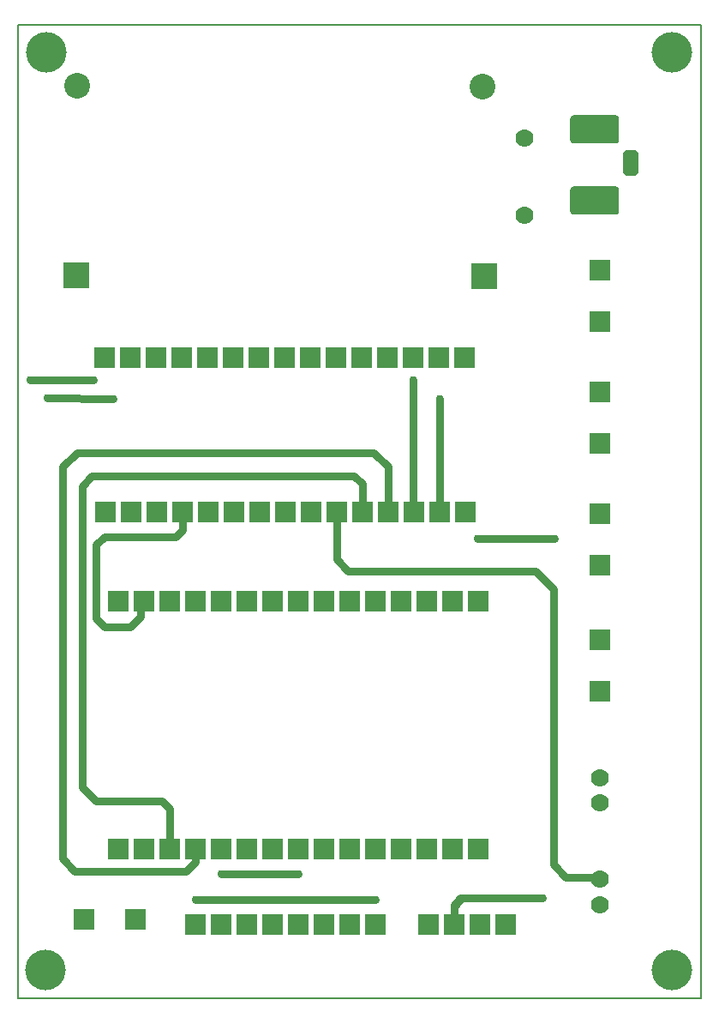
<source format=gbr>
G04 PROTEUS GERBER X2 FILE*
%TF.GenerationSoftware,Labcenter,Proteus,8.6-SP2-Build23525*%
%TF.CreationDate,2019-05-04T20:14:25+00:00*%
%TF.FileFunction,Copper,L2,Bot*%
%TF.FilePolarity,Positive*%
%TF.Part,Single*%
%FSLAX45Y45*%
%MOMM*%
G01*
%TA.AperFunction,Conductor*%
%ADD11C,0.762000*%
%TA.AperFunction,ViaPad*%
%ADD12C,0.762000*%
%TA.AperFunction,ComponentPad*%
%ADD14R,2.032000X2.032000*%
%TA.AperFunction,ComponentPad*%
%ADD15R,2.540000X2.540000*%
%ADD16C,2.540000*%
%AMPPAD007*
4,1,36,
-2.413000,-1.092200,
-2.413000,1.092200,
-2.406940,1.154520,
-2.389490,1.212160,
-2.361770,1.263980,
-2.324890,1.308890,
-2.279980,1.345760,
-2.228160,1.373480,
-2.170520,1.390930,
-2.108200,1.397000,
2.108200,1.397000,
2.170520,1.390930,
2.228160,1.373480,
2.279980,1.345760,
2.324890,1.308890,
2.361770,1.263980,
2.389490,1.212160,
2.406940,1.154520,
2.413000,1.092200,
2.413000,-1.092200,
2.406940,-1.154520,
2.389490,-1.212160,
2.361770,-1.263980,
2.324890,-1.308890,
2.279980,-1.345760,
2.228160,-1.373480,
2.170520,-1.390930,
2.108200,-1.397000,
-2.108200,-1.397000,
-2.170520,-1.390930,
-2.228160,-1.373480,
-2.279980,-1.345760,
-2.324890,-1.308890,
-2.361770,-1.263980,
-2.389490,-1.212160,
-2.406940,-1.154520,
-2.413000,-1.092200,
0*%
%TA.AperFunction,ComponentPad*%
%ADD17PPAD007*%
%AMDIL008*
4,1,8,
-0.762000,0.965200,-0.457200,1.270000,0.457200,1.270000,0.762000,0.965200,0.762000,-0.965200,
0.457200,-1.270000,-0.457200,-1.270000,-0.762000,-0.965200,-0.762000,0.965200,
0*%
%ADD18DIL008*%
%TA.AperFunction,ComponentPad*%
%ADD19C,1.778000*%
%TA.AperFunction,OtherPad,Unknown*%
%ADD71C,4.000000*%
%TA.AperFunction,Profile*%
%ADD20C,0.203200*%
%TD.AperFunction*%
D11*
X-8396000Y-2200000D02*
X-7700000Y-2200000D01*
X-7636000Y-2200000D01*
X-8650000Y-2450000D02*
X-6874000Y-2450000D01*
X-10280000Y+2680000D02*
X-9660000Y+2680000D01*
X-6500000Y+2680000D02*
X-6500000Y+1471600D01*
X-6492000Y+1370000D01*
X-10110000Y+2500000D02*
X-9460000Y+2490000D01*
X-6238000Y+2490000D02*
X-6238000Y+1370000D01*
X-5100000Y+1110000D02*
X-5860000Y+1110000D01*
X-7000000Y+1370000D02*
X-7000000Y+1650000D01*
X-7080000Y+1730000D01*
X-9670000Y+1730000D01*
X-9770000Y+1630000D01*
X-9770000Y-1340000D01*
X-9630000Y-1480000D01*
X-8980000Y-1480000D01*
X-8906000Y-1554000D01*
X-8906000Y-1950000D01*
X-6746000Y+1370000D02*
X-6746000Y+1820000D01*
X-6886000Y+1960000D01*
X-9820000Y+1960000D01*
X-9960000Y+1820000D01*
X-9960000Y-2050000D01*
X-9840000Y-2170000D01*
X-8740000Y-2170000D01*
X-8652000Y-2082000D01*
X-8652000Y-1950000D01*
X-5220000Y-2440000D02*
X-6016000Y-2440000D01*
X-6096000Y-2520000D01*
X-6096000Y-2598400D01*
X-6096000Y-2700000D01*
X-6016000Y-2440000D02*
X-6030000Y-2440000D01*
X-6096000Y-2506000D01*
X-6096000Y-2520000D01*
X-6096000Y-2598400D01*
X-6096000Y-2700000D01*
X-4650000Y-2250000D02*
X-4738900Y-2230000D01*
X-4990000Y-2230000D01*
X-5110000Y-2110000D01*
X-5110000Y+610000D01*
X-5150000Y+650000D01*
X-5290000Y+790000D01*
X-7140000Y+790000D01*
X-7254000Y+904000D01*
X-7254000Y+1370000D01*
X-9160000Y+490000D02*
X-9190000Y+388400D01*
X-9190000Y+340000D01*
X-9290000Y+240000D01*
X-9550000Y+240000D01*
X-9630000Y+320000D01*
X-9630000Y+1050000D01*
X-9550000Y+1130000D01*
X-8840000Y+1130000D01*
X-8778000Y+1192000D01*
X-8778000Y+1370000D01*
D12*
X-8396000Y-2200000D03*
X-7636000Y-2200000D03*
X-8650000Y-2450000D03*
X-6874000Y-2450000D03*
X-10280000Y+2680000D03*
X-9660000Y+2680000D03*
X-6500000Y+2680000D03*
X-10110000Y+2500000D03*
X-9460000Y+2490000D03*
X-6238000Y+2490000D03*
X-5100000Y+1110000D03*
X-5860000Y+1110000D03*
X-5220000Y-2440000D03*
D14*
X-9540000Y+1370000D03*
X-9286000Y+1370000D03*
X-9032000Y+1370000D03*
X-8778000Y+1370000D03*
X-8524000Y+1370000D03*
X-8270000Y+1370000D03*
X-8016000Y+1370000D03*
X-7762000Y+1370000D03*
X-7508000Y+1370000D03*
X-7254000Y+1370000D03*
X-7000000Y+1370000D03*
X-6746000Y+1370000D03*
X-6492000Y+1370000D03*
X-6238000Y+1370000D03*
X-5984000Y+1370000D03*
X-5994000Y+2900000D03*
X-6248000Y+2900000D03*
X-6502000Y+2900000D03*
X-6756000Y+2900000D03*
X-7010000Y+2900000D03*
X-7264000Y+2900000D03*
X-7518000Y+2900000D03*
X-7772000Y+2900000D03*
X-8026000Y+2900000D03*
X-8280000Y+2900000D03*
X-8534000Y+2900000D03*
X-8788000Y+2900000D03*
X-9042000Y+2900000D03*
X-9296000Y+2900000D03*
X-9550000Y+2900000D03*
X-9414000Y-1950000D03*
X-9160000Y-1950000D03*
X-8906000Y-1950000D03*
X-8652000Y-1950000D03*
X-8398000Y-1950000D03*
X-8144000Y-1950000D03*
X-7890000Y-1950000D03*
X-7636000Y-1950000D03*
X-7382000Y-1950000D03*
X-7128000Y-1950000D03*
X-6874000Y-1950000D03*
X-6620000Y-1950000D03*
X-6366000Y-1950000D03*
X-6112000Y-1950000D03*
X-5858000Y-1950000D03*
X-5858000Y+490000D03*
X-6112000Y+490000D03*
X-6366000Y+490000D03*
X-6620000Y+490000D03*
X-6874000Y+490000D03*
X-7128000Y+490000D03*
X-7382000Y+490000D03*
X-7636000Y+490000D03*
X-7890000Y+490000D03*
X-8144000Y+490000D03*
X-8398000Y+490000D03*
X-8652000Y+490000D03*
X-8906000Y+490000D03*
X-9160000Y+490000D03*
X-9414000Y+490000D03*
D15*
X-5800000Y+3700000D03*
D16*
X-5810000Y+5570000D03*
D15*
X-9830000Y+3710000D03*
D16*
X-9820000Y+5580000D03*
D17*
X-4700000Y+4450000D03*
X-4700000Y+5150000D03*
D18*
X-4350000Y+4820000D03*
D14*
X-4650000Y+3250000D03*
X-4650000Y+3758000D03*
X-4650000Y+2050000D03*
X-4650000Y+2558000D03*
X-4650000Y+850000D03*
X-4650000Y+1358000D03*
X-4650000Y-400000D03*
X-4650000Y+108000D03*
X-8650000Y-2700000D03*
X-8396000Y-2700000D03*
X-8142000Y-2700000D03*
X-7888000Y-2700000D03*
X-7634000Y-2700000D03*
X-7380000Y-2700000D03*
X-7126000Y-2700000D03*
X-6872000Y-2700000D03*
D19*
X-5400000Y+5062000D03*
X-5400000Y+4300000D03*
D14*
X-5588000Y-2700000D03*
X-5842000Y-2700000D03*
X-6096000Y-2700000D03*
X-6350000Y-2700000D03*
X-9750000Y-2650000D03*
X-9242000Y-2650000D03*
D19*
X-4650000Y-1500000D03*
X-4650000Y-1250000D03*
X-4650000Y-2500000D03*
X-4650000Y-2250000D03*
D71*
X-10120000Y+5910000D03*
X-3940000Y+5910000D03*
X-10130000Y-3150000D03*
X-3940000Y-3150000D03*
D20*
X-10400000Y-3430000D02*
X-3650000Y-3430000D01*
X-3650000Y+6180000D01*
X-10400000Y+6180000D01*
X-10400000Y-3430000D01*
M02*

</source>
